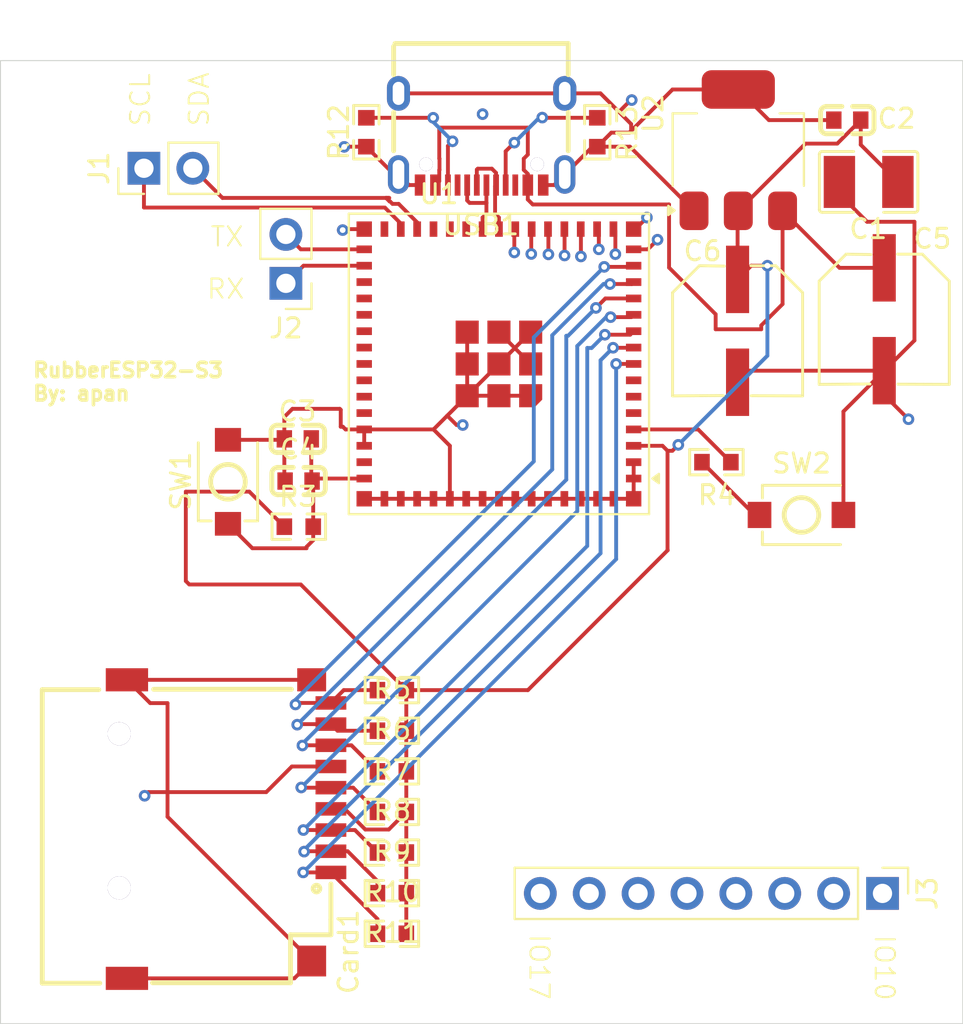
<source format=kicad_pcb>
(kicad_pcb (version 20241229) (generator "pcbnew") (generator_version "9.0")
  (layers (0 "F.Cu" signal) (4 "In1.Cu" signal) (6 "In2.Cu" signal) (2 "B.Cu" signal) (13 "F.Paste" user) (15 "B.Paste" user) (5 "F.SilkS" user "F.Silkscreen") (7 "B.SilkS" user "B.Silkscreen") (1 "F.Mask" user) (3 "B.Mask" user) (25 "Edge.Cuts" user))
  (net 0 "")
  (net 1 "+3V3")
  (net 2 "GND")
  (net 3 "EN")
  (net 4 "+5V")
  (net 5 "Net-(Card1-CLX)")
  (net 6 "Net-(Card1-DAT1)")
  (net 7 "Net-(Card1-DAT2)")
  (net 8 "Net-(Card1-DAT0)")
  (net 9 "Net-(Card1-CD{slash}DAT3)")
  (net 10 "Net-(Card1-CMD)")
  (net 11 "BOOT")
  (net 12 "Net-(SW2-A)")
  (net 13 "Net-(Card1-CD)")
  (net 14 "Net-(USB1-CC2)")
  (net 15 "Net-(USB1-CC1)")
  (net 18 "SCL")
  (net 21 "SDA")
  (net 23 "RX")
  (net 24 "TX")
  (net 26 "IO16")
  (net 28 "IO17")
  (net 29 "IO11")
  (net 30 "IO12")
  (net 31 "D+")
  (net 33 "IO13")
  (net 35 "D-")
  (net 41 "IO15")
  (net 45 "IO10")
  (net 46 "IO14")
  (footprint "EasyEDA2KiCad:CAP-SMD_BD6.3-L6.6-W6.6-FD" (layer "F.Cu") (at 60.5 66.49 -90)
    (property "Reference" "C6" (at -4.14 1.82 180) (layer "F.SilkS"))
    (property "Value" "22uF")
    (pad "1" smd rect (at -2.67 0 270) (size 3.5 1.2) (layers "F.Cu" "F.Mask" "F.Paste") (net 1 "+3V3"))
    (pad "2" smd rect (at 2.67 0 270) (size 3.5 1.2) (layers "F.Cu" "F.Mask" "F.Paste") (net 2 "GND"))
  )
  (footprint "Connector_PinHeader_2.54mm:PinHeader_1x02_P2.54mm_Vertical" (layer "F.Cu") (at 37.03 64.025 180)
    (property "Reference" "J2" (at 0 -2.33 0) (layer "F.SilkS"))
    (property "Value" "Conn_01x02")
    (pad "1" thru_hole rect (at 0 0 180) (size 1.7 1.7) (drill 1) (layers "*.Cu" "*.Mask") (net 23 "RX"))
    (pad "2" thru_hole oval (at 0 2.54 180) (size 1.7 1.7) (drill 1) (layers "*.Cu" "*.Mask") (net 24 "TX"))
  )
  (footprint "Package_TO_SOT_SMD:SOT-223-3_TabPin2" (layer "F.Cu") (at 60.5375 57.11 90)
    (property "Reference" "U2" (at 1.9 -4.42 90) (layer "F.SilkS"))
    (property "Value" "AMS1117-3.3")
    (pad "1" smd roundrect (at -3.15 -2.3 90) (size 2 1.5) (layers "F.Cu" "F.Mask" "F.Paste") (net 2 "GND"))
    (pad "1" smd roundrect (at 3.15 0 90) (size 2 3.8) (layers "F.Cu" "F.Mask" "F.Paste") (net 2 "GND"))
    (pad "2" smd roundrect (at -3.15 0 90) (size 2 1.5) (layers "F.Cu" "F.Mask" "F.Paste") (net 1 "+3V3"))
    (pad "3" smd roundrect (at -3.15 2.3 90) (size 2 1.5) (layers "F.Cu" "F.Mask" "F.Paste") (net 4 "+5V"))
  )
  (footprint "EasyEDA2KiCad:C1210" (layer "F.Cu") (at 67.31 58.76 180)
    (property "Reference" "C1" (at 0.02 -2.44 0) (layer "F.SilkS"))
    (property "Value" "22uF")
    (pad "1" smd rect (at -1.52 0 180) (size 1.63 2.7) (layers "F.Cu" "F.Mask" "F.Paste") (net 1 "+3V3"))
    (pad "2" smd rect (at 1.52 0 180) (size 1.63 2.7) (layers "F.Cu" "F.Mask" "F.Paste") (net 2 "GND"))
  )
  (footprint "EasyEDA2KiCad:R0603" (layer "F.Cu") (at 41.21 56.18 90)
    (property "Reference" "R12" (at 0 -1.43 90) (layer "F.SilkS"))
    (property "Value" "5.1K")
    (pad "1" smd rect (at -0.75 0 90) (size 0.81 0.86) (layers "F.Cu" "F.Mask" "F.Paste") (net 2 "GND"))
    (pad "2" smd rect (at 0.75 0 90) (size 0.81 0.86) (layers "F.Cu" "F.Mask" "F.Paste") (net 14 "Net-(USB1-CC2)"))
  )
  (footprint "EasyEDA2KiCad:TF-SMD_TF-PUSH" (layer "F.Cu") (at 34.07 92.36 -90)
    (property "Reference" "Card1" (at 6.37 -6.21 90) (layer "F.SilkS"))
    (property "Value" "TF PUSH")
    (pad "" thru_hole circle (at -4.95 5.7 270) (size 1.2 1.2) (drill 1.2) (layers "*.Cu" "*.Mask"))
    (pad "" thru_hole circle (at 3.05 5.7 270) (size 1.2 1.2) (drill 1.2) (layers "*.Cu" "*.Mask"))
    (pad "1" smd rect (at 2.25 -5.3 270) (size 0.7 1.6) (layers "F.Cu" "F.Mask" "F.Paste") (net 7 "Net-(Card1-DAT2)"))
    (pad "2" smd rect (at 1.15 -5.3 270) (size 0.7 1.6) (layers "F.Cu" "F.Mask" "F.Paste") (net 9 "Net-(Card1-CD{slash}DAT3)"))
    (pad "3" smd rect (at 0.05 -5.3 270) (size 0.7 1.6) (layers "F.Cu" "F.Mask" "F.Paste") (net 10 "Net-(Card1-CMD)"))
    (pad "4" smd rect (at -1.05 -5.3 270) (size 0.7 1.6) (layers "F.Cu" "F.Mask" "F.Paste") (net 1 "+3V3"))
    (pad "5" smd rect (at -2.15 -5.3 270) (size 0.7 1.6) (layers "F.Cu" "F.Mask" "F.Paste") (net 5 "Net-(Card1-CLX)"))
    (pad "6" smd rect (at -3.25 -5.3 270) (size 0.7 1.6) (layers "F.Cu" "F.Mask" "F.Paste") (net 2 "GND"))
    (pad "7" smd rect (at -4.35 -5.3 270) (size 0.7 1.6) (layers "F.Cu" "F.Mask" "F.Paste") (net 8 "Net-(Card1-DAT0)"))
    (pad "8" smd rect (at -5.45 -5.3 270) (size 0.7 1.6) (layers "F.Cu" "F.Mask" "F.Paste") (net 6 "Net-(Card1-DAT1)"))
    (pad "9" smd rect (at -6.55 -5.3 270) (size 0.7 1.6) (layers "F.Cu" "F.Mask" "F.Paste") (net 13 "Net-(Card1-CD)"))
    (pad "10" smd rect (at -7.75 -4.3 270) (size 1.2 1.5) (layers "F.Cu" "F.Mask" "F.Paste") (net 2 "GND"))
    (pad "11" smd rect (at -7.75 5.3 270) (size 1.2 2.2) (layers "F.Cu" "F.Mask" "F.Paste") (net 2 "GND"))
    (pad "12" smd rect (at 7.75 5.3 270) (size 1.2 2.2) (layers "F.Cu" "F.Mask" "F.Paste") (net 2 "GND"))
    (pad "13" smd rect (at 6.85 -4.3 270) (size 1.6 1.5) (layers "F.Cu" "F.Mask" "F.Paste") (net 2 "GND"))
  )
  (footprint "EasyEDA2KiCad:C0603" (layer "F.Cu") (at 37.69 74.29)
    (property "Reference" "C4" (at 0.01 -1.65 0) (layer "F.SilkS"))
    (property "Value" "100nF")
    (pad "1" smd rect (at -0.7 0) (size 0.8 0.9) (layers "F.Cu" "F.Mask" "F.Paste") (net 2 "GND"))
    (pad "2" smd rect (at 0.7 0) (size 0.8 0.9) (layers "F.Cu" "F.Mask" "F.Paste") (net 3 "EN"))
  )
  (footprint "EasyEDA2KiCad:R0603" (layer "F.Cu") (at 42.5375 91.47 180)
    (property "Reference" "R8" (at -0.02 0.05 0) (layer "F.SilkS"))
    (property "Value" "10K")
    (pad "1" smd rect (at -0.75 0 180) (size 0.81 0.86) (layers "F.Cu" "F.Mask" "F.Paste") (net 1 "+3V3"))
    (pad "2" smd rect (at 0.75 0 180) (size 0.81 0.86) (layers "F.Cu" "F.Mask" "F.Paste") (net 5 "Net-(Card1-CLX)"))
  )
  (footprint "EasyEDA2KiCad:USB-C-SMD_TYPE-C-6PIN-2MD-073" (layer "F.Cu") (at 47.2 56.5425 180)
    (property "Reference" "USB1" (at 0.04 -4.4575 0) (layer "F.SilkS"))
    (property "Value" "TYPE-C 16PIN 2MD(073)")
    (pad "" thru_hole circle (at -2.89 -1.3 180) (size 0.7 0.7) (drill 0.7) (layers "*.Cu" "*.Mask"))
    (pad "" thru_hole circle (at 2.89 -1.3 180) (size 0.7 0.7) (drill 0.7) (layers "*.Cu" "*.Mask"))
    (pad "1" smd rect (at -3.2 -2.38 180) (size 0.55 1.1) (layers "F.Cu" "F.Mask" "F.Paste") (net 2 "GND"))
    (pad "2" smd rect (at -2.4 -2.38 180) (size 0.55 1.1) (layers "F.Cu" "F.Mask" "F.Paste") (net 4 "+5V"))
    (pad "3" smd rect (at -1.75 -2.38 180) (size 0.3 1.1) (layers "F.Cu" "F.Mask" "F.Paste"))
    (pad "4" smd rect (at -1.25 -2.38 180) (size 0.3 1.1) (layers "F.Cu" "F.Mask" "F.Paste") (net 15 "Net-(USB1-CC1)"))
    (pad "5" smd rect (at -0.75 -2.38 180) (size 0.3 1.1) (layers "F.Cu" "F.Mask" "F.Paste") (net 35 "D-"))
    (pad "6" smd rect (at -0.25 -2.38 180) (size 0.3 1.1) (layers "F.Cu" "F.Mask" "F.Paste") (net 31 "D+"))
    (pad "7" smd rect (at 0.25 -2.38 180) (size 0.3 1.1) (layers "F.Cu" "F.Mask" "F.Paste") (net 35 "D-"))
    (pad "8" smd rect (at 0.75 -2.38 180) (size 0.3 1.1) (layers "F.Cu" "F.Mask" "F.Paste") (net 31 "D+"))
    (pad "9" smd rect (at 1.25 -2.38 180) (size 0.3 1.1) (layers "F.Cu" "F.Mask" "F.Paste"))
    (pad "10" smd rect (at 1.75 -2.38 180) (size 0.3 1.1) (layers "F.Cu" "F.Mask" "F.Paste") (net 14 "Net-(USB1-CC2)"))
    (pad "11" smd rect (at 2.4 -2.38 180) (size 0.55 1.1) (layers "F.Cu" "F.Mask" "F.Paste") (net 4 "+5V"))
    (pad "12" smd rect (at 3.2 -2.38 180) (size 0.55 1.1) (layers "F.Cu" "F.Mask" "F.Paste") (net 2 "GND"))
    (pad "13" thru_hole oval (at -4.32 -1.83 180) (size 1.1 2) (drill oval 0.599999 1.499997) (layers "*.Cu" "*.Mask") (net 2 "GND"))
    (pad "13" thru_hole oval (at -4.32 2.38 180) (size 1.2 1.8) (drill oval 0.599999 1.199998) (layers "*.Cu" "*.Mask") (net 2 "GND"))
    (pad "14" thru_hole oval (at 4.32 -1.83 180) (size 1.1 2) (drill oval 0.599999 1.500022) (layers "*.Cu" "*.Mask") (net 2 "GND"))
    (pad "14" thru_hole oval (at 4.32 2.38 180) (size 1.2 1.8) (drill oval 0.599999 1.199998) (layers "*.Cu" "*.Mask") (net 2 "GND"))
  )
  (footprint "Connector_PinHeader_2.54mm:PinHeader_1x02_P2.54mm_Vertical" (layer "F.Cu") (at 29.655 58.05 90)
    (property "Reference" "J1" (at 0 -2.33 90) (layer "F.SilkS"))
    (property "Value" "Conn_01x02")
    (pad "1" thru_hole rect (at 0 0 90) (size 1.7 1.7) (drill 1) (layers "*.Cu" "*.Mask") (net 18 "SCL"))
    (pad "2" thru_hole oval (at 0 2.54 90) (size 1.7 1.7) (drill 1) (layers "*.Cu" "*.Mask") (net 21 "SDA"))
  )
  (footprint "EasyEDA2KiCad:C0603" (layer "F.Cu") (at 66.2 55.55 180)
    (property "Reference" "C2" (at -2.56 0.08 0) (layer "F.SilkS"))
    (property "Value" "100nF")
    (pad "1" smd rect (at -0.7 0 180) (size 0.8 0.9) (layers "F.Cu" "F.Mask" "F.Paste") (net 1 "+3V3"))
    (pad "2" smd rect (at 0.7 0 180) (size 0.8 0.9) (layers "F.Cu" "F.Mask" "F.Paste") (net 2 "GND"))
  )
  (footprint "EasyEDA2KiCad:R0603" (layer "F.Cu") (at 42.5375 97.795001 180)
    (property "Reference" "R11" (at -0.02 0.05 0) (layer "F.SilkS"))
    (property "Value" "10K")
    (pad "1" smd rect (at -0.75 0 180) (size 0.81 0.86) (layers "F.Cu" "F.Mask" "F.Paste") (net 1 "+3V3"))
    (pad "2" smd rect (at 0.75 0 180) (size 0.81 0.86) (layers "F.Cu" "F.Mask" "F.Paste") (net 7 "Net-(Card1-DAT2)"))
  )
  (footprint "EasyEDA2KiCad:R0603" (layer "F.Cu") (at 42.5375 87.253334 180)
    (property "Reference" "R6" (at -0.02 0.05 0) (layer "F.SilkS"))
    (property "Value" "10K")
    (pad "1" smd rect (at -0.75 0 180) (size 0.81 0.86) (layers "F.Cu" "F.Mask" "F.Paste") (net 1 "+3V3"))
    (pad "2" smd rect (at 0.75 0 180) (size 0.81 0.86) (layers "F.Cu" "F.Mask" "F.Paste") (net 6 "Net-(Card1-DAT1)"))
  )
  (footprint "Connector_PinHeader_2.54mm:PinHeader_1x08_P2.54mm_Vertical" (layer "F.Cu") (at 68.03 95.7 -90)
    (property "Reference" "J3" (at 0 -2.33 90) (layer "F.SilkS"))
    (property "Value" "Conn_01x08")
    (pad "1" thru_hole rect (at 0 0 270) (size 1.7 1.7) (drill 1) (layers "*.Cu" "*.Mask") (net 45 "IO10"))
    (pad "2" thru_hole oval (at 0 2.54 270) (size 1.7 1.7) (drill 1) (layers "*.Cu" "*.Mask") (net 29 "IO11"))
    (pad "3" thru_hole oval (at 0 5.08 270) (size 1.7 1.7) (drill 1) (layers "*.Cu" "*.Mask") (net 30 "IO12"))
    (pad "4" thru_hole oval (at 0 7.62 270) (size 1.7 1.7) (drill 1) (layers "*.Cu" "*.Mask") (net 33 "IO13"))
    (pad "5" thru_hole oval (at 0 10.16 270) (size 1.7 1.7) (drill 1) (layers "*.Cu" "*.Mask") (net 46 "IO14"))
    (pad "6" thru_hole oval (at 0 12.7 270) (size 1.7 1.7) (drill 1) (layers "*.Cu" "*.Mask") (net 41 "IO15"))
    (pad "7" thru_hole oval (at 0 15.24 270) (size 1.7 1.7) (drill 1) (layers "*.Cu" "*.Mask") (net 26 "IO16"))
    (pad "8" thru_hole oval (at 0 17.78 270) (size 1.7 1.7) (drill 1) (layers "*.Cu" "*.Mask") (net 28 "IO17"))
  )
  (footprint "RF_Module:ESP32-S2-MINI-1U" (layer "F.Cu") (at 48.1 68.21 180)
    (property "Reference" "U1" (at 3.122 8.82 0) (layer "F.SilkS"))
    (property "Value" "ESP32-S3-MINI-1U")
    (pad "1" smd rect (at -7 -5.95 180) (size 0.8 0.4) (layers "F.Cu" "F.Mask" "F.Paste") (net 2 "GND"))
    (pad "2" smd rect (at -7 -5.1 180) (size 0.8 0.4) (layers "F.Cu" "F.Mask" "F.Paste") (net 2 "GND"))
    (pad "3" smd rect (at -7 -4.25 180) (size 0.8 0.4) (layers "F.Cu" "F.Mask" "F.Paste") (net 1 "+3V3"))
    (pad "4" smd rect (at -7 -3.4 180) (size 0.8 0.4) (layers "F.Cu" "F.Mask" "F.Paste") (net 11 "BOOT"))
    (pad "5" smd rect (at -7 -2.55 180) (size 0.8 0.4) (layers "F.Cu" "F.Mask" "F.Paste"))
    (pad "6" smd rect (at -7 -1.7 180) (size 0.8 0.4) (layers "F.Cu" "F.Mask" "F.Paste"))
    (pad "7" smd rect (at -7 -0.85 180) (size 0.8 0.4) (layers "F.Cu" "F.Mask" "F.Paste"))
    (pad "8" smd rect (at -7 0 180) (size 0.8 0.4) (layers "F.Cu" "F.Mask" "F.Paste") (net 7 "Net-(Card1-DAT2)"))
    (pad "9" smd rect (at -7 0.85 180) (size 0.8 0.4) (layers "F.Cu" "F.Mask" "F.Paste") (net 9 "Net-(Card1-CD{slash}DAT3)"))
    (pad "10" smd rect (at -7 1.7 180) (size 0.8 0.4) (layers "F.Cu" "F.Mask" "F.Paste") (net 10 "Net-(Card1-CMD)"))
    (pad "11" smd rect (at -7 2.55 180) (size 0.8 0.4) (layers "F.Cu" "F.Mask" "F.Paste") (net 5 "Net-(Card1-CLX)"))
    (pad "12" smd rect (at -7 3.4 180) (size 0.8 0.4) (layers "F.Cu" "F.Mask" "F.Paste") (net 8 "Net-(Card1-DAT0)"))
    (pad "13" smd rect (at -7 4.25 180) (size 0.8 0.4) (layers "F.Cu" "F.Mask" "F.Paste") (net 6 "Net-(Card1-DAT1)"))
    (pad "14" smd rect (at -7 5.1 180) (size 0.8 0.4) (layers "F.Cu" "F.Mask" "F.Paste") (net 13 "Net-(Card1-CD)"))
    (pad "15" smd rect (at -7 5.95 180) (size 0.8 0.4) (layers "F.Cu" "F.Mask" "F.Paste") (net 45 "IO10"))
    (pad "16" smd rect (at -5.95 7 270) (size 0.8 0.4) (layers "F.Cu" "F.Mask" "F.Paste") (net 29 "IO11"))
    (pad "17" smd rect (at -5.1 7 270) (size 0.8 0.4) (layers "F.Cu" "F.Mask" "F.Paste") (net 30 "IO12"))
    (pad "18" smd rect (at -4.25 7 270) (size 0.8 0.4) (layers "F.Cu" "F.Mask" "F.Paste") (net 33 "IO13"))
    (pad "19" smd rect (at -3.4 7 270) (size 0.8 0.4) (layers "F.Cu" "F.Mask" "F.Paste") (net 46 "IO14"))
    (pad "20" smd rect (at -2.55 7 270) (size 0.8 0.4) (layers "F.Cu" "F.Mask" "F.Paste") (net 41 "IO15"))
    (pad "21" smd rect (at -1.7 7 270) (size 0.8 0.4) (layers "F.Cu" "F.Mask" "F.Paste") (net 26 "IO16"))
    (pad "22" smd rect (at -0.85 7 270) (size 0.8 0.4) (layers "F.Cu" "F.Mask" "F.Paste") (net 28 "IO17"))
    (pad "23" smd rect (at 0 7 270) (size 0.8 0.4) (layers "F.Cu" "F.Mask" "F.Paste") (net 35 "D-"))
    (pad "24" smd rect (at 0.85 7 270) (size 0.8 0.4) (layers "F.Cu" "F.Mask" "F.Paste") (net 31 "D+"))
    (pad "25" smd rect (at 1.7 7 270) (size 0.8 0.4) (layers "F.Cu" "F.Mask" "F.Paste"))
    (pad "26" smd rect (at 2.55 7 270) (size 0.8 0.4) (layers "F.Cu" "F.Mask" "F.Paste"))
    (pad "27" smd rect (at 3.4 7 270) (size 0.8 0.4) (layers "F.Cu" "F.Mask" "F.Paste"))
    (pad "28" smd rect (at 4.25 7 270) (size 0.8 0.4) (layers "F.Cu" "F.Mask" "F.Paste") (net 21 "SDA"))
    (pad "29" smd rect (at 5.1 7 270) (size 0.8 0.4) (layers "F.Cu" "F.Mask" "F.Paste") (net 18 "SCL"))
    (pad "30" smd rect (at 5.95 7 270) (size 0.8 0.4) (layers "F.Cu" "F.Mask" "F.Paste"))
    (pad "31" smd rect (at 7 5.95 180) (size 0.8 0.4) (layers "F.Cu" "F.Mask" "F.Paste") (net 24 "TX"))
    (pad "32" smd rect (at 7 5.1 180) (size 0.8 0.4) (layers "F.Cu" "F.Mask" "F.Paste") (net 23 "RX"))
    (pad "33" smd rect (at 7 4.25 180) (size 0.8 0.4) (layers "F.Cu" "F.Mask" "F.Paste"))
    (pad "34" smd rect (at 7 3.4 180) (size 0.8 0.4) (layers "F.Cu" "F.Mask" "F.Paste"))
    (pad "35" smd rect (at 7 2.55 180) (size 0.8 0.4) (layers "F.Cu" "F.Mask" "F.Paste"))
    (pad "36" smd rect (at 7 1.7 180) (size 0.8 0.4) (layers "F.Cu" "F.Mask" "F.Paste"))
    (pad "37" smd rect (at 7 0.85 180) (size 0.8 0.4) (layers "F.Cu" "F.Mask" "F.Paste"))
    (pad "38" smd rect (at 7 0 180) (size 0.8 0.4) (layers "F.Cu" "F.Mask" "F.Paste"))
    (pad "39" smd rect (at 7 -0.85 180) (size 0.8 0.4) (layers "F.Cu" "F.Mask" "F.Paste"))
    (pad "40" smd rect (at 7 -1.7 180) (size 0.8 0.4) (layers "F.Cu" "F.Mask" "F.Paste"))
    (pad "41" smd rect (at 7 -2.55 180) (size 0.8 0.4) (layers "F.Cu" "F.Mask" "F.Paste"))
    (pad "42" smd rect (at 7 -3.4 180) (size 0.8 0.4) (layers "F.Cu" "F.Mask" "F.Paste") (net 2 "GND"))
    (pad "43" smd rect (at 7 -4.25 180) (size 0.8 0.4) (layers "F.Cu" "F.Mask" "F.Paste") (net 2 "GND"))
    (pad "44" smd rect (at 7 -5.1 180) (size 0.8 0.4) (layers "F.Cu" "F.Mask" "F.Paste"))
    (pad "45" smd rect (at 7 -5.95 180) (size 0.8 0.4) (layers "F.Cu" "F.Mask" "F.Paste") (net 3 "EN"))
    (pad "46" smd rect (at 5.95 -7 270) (size 0.8 0.4) (layers "F.Cu" "F.Mask" "F.Paste") (net 2 "GND"))
    (pad "47" smd rect (at 5.1 -7 270) (size 0.8 0.4) (layers "F.Cu" "F.Mask" "F.Paste") (net 2 "GND"))
    (pad "48" smd rect (at 4.25 -7 270) (size 0.8 0.4) (layers "F.Cu" "F.Mask" "F.Paste") (net 2 "GND"))
    (pad "49" smd rect (at 3.4 -7 270) (size 0.8 0.4) (layers "F.Cu" "F.Mask" "F.Paste") (net 2 "GND"))
    (pad "50" smd rect (at 2.55 -7 270) (size 0.8 0.4) (layers "F.Cu" "F.Mask" "F.Paste") (net 2 "GND"))
    (pad "51" smd rect (at 1.7 -7 270) (size 0.8 0.4) (layers "F.Cu" "F.Mask" "F.Paste") (net 2 "GND"))
    (pad "52" smd rect (at 0.85 -7 270) (size 0.8 0.4) (layers "F.Cu" "F.Mask" "F.Paste") (net 2 "GND"))
    (pad "53" smd rect (at 0 -7 270) (size 0.8 0.4) (layers "F.Cu" "F.Mask" "F.Paste") (net 2 "GND"))
    (pad "54" smd rect (at -0.85 -7 270) (size 0.8 0.4) (layers "F.Cu" "F.Mask" "F.Paste") (net 2 "GND"))
    (pad "55" smd rect (at -1.7 -7 270) (size 0.8 0.4) (layers "F.Cu" "F.Mask" "F.Paste") (net 2 "GND"))
    (pad "56" smd rect (at -2.55 -7 270) (size 0.8 0.4) (layers "F.Cu" "F.Mask" "F.Paste") (net 2 "GND"))
    (pad "57" smd rect (at -3.4 -7 270) (size 0.8 0.4) (layers "F.Cu" "F.Mask" "F.Paste") (net 2 "GND"))
    (pad "58" smd rect (at -4.25 -7 270) (size 0.8 0.4) (layers "F.Cu" "F.Mask" "F.Paste") (net 2 "GND"))
    (pad "59" smd rect (at -5.1 -7 270) (size 0.8 0.4) (layers "F.Cu" "F.Mask" "F.Paste") (net 2 "GND"))
    (pad "60" smd rect (at -5.95 -7 270) (size 0.8 0.4) (layers "F.Cu" "F.Mask" "F.Paste") (net 2 "GND"))
    (pad "61" smd roundrect (at -1.65 -1.65 180) (size 1.2 1.2) (property pad_prop_heatsink) (layers "F.Cu" "F.Mask" "F.Paste") (roundrect_rratio 0) (chamfer_ratio 0.33) (chamfer top_left) (net 2 "GND"))
    (pad "61" smd rect (at -1.65 0 180) (size 1.2 1.2) (property pad_prop_heatsink) (layers "F.Cu" "F.Mask" "F.Paste") (net 2 "GND"))
    (pad "61" smd rect (at -1.65 1.65 180) (size 1.2 1.2) (property pad_prop_heatsink) (layers "F.Cu" "F.Mask" "F.Paste") (net 2 "GND"))
    (pad "61" smd rect (at 0 -1.65 180) (size 1.2 1.2) (property pad_prop_heatsink) (layers "F.Cu" "F.Mask" "F.Paste") (net 2 "GND"))
    (pad "61" smd rect (at 0 0 180) (size 1.2 1.2) (property pad_prop_heatsink) (layers "F.Cu" "F.Mask" "F.Paste") (net 2 "GND"))
    (pad "61" smd rect (at 0 1.65 180) (size 1.2 1.2) (property pad_prop_heatsink) (layers "F.Cu" "F.Mask" "F.Paste") (net 2 "GND"))
    (pad "61" smd rect (at 1.65 -1.65 180) (size 1.2 1.2) (property pad_prop_heatsink) (layers "F.Cu" "F.Mask" "F.Paste") (net 2 "GND"))
    (pad "61" smd rect (at 1.65 0 180) (size 1.2 1.2) (property pad_prop_heatsink) (layers "F.Cu" "F.Mask" "F.Paste") (net 2 "GND"))
    (pad "61" smd rect (at 1.65 1.65 180) (size 1.2 1.2) (property pad_prop_heatsink) (layers "F.Cu" "F.Mask" "F.Paste") (net 2 "GND"))
    (pad "62" smd rect (at -7 -7 180) (size 0.8 0.8) (layers "F.Cu" "F.Mask" "F.Paste") (net 2 "GND"))
    (pad "63" smd rect (at -7 7 180) (size 0.8 0.8) (layers "F.Cu" "F.Mask" "F.Paste") (net 2 "GND"))
    (pad "64" smd rect (at 7 7 180) (size 0.8 0.8) (layers "F.Cu" "F.Mask" "F.Paste") (net 2 "GND"))
    (pad "65" smd rect (at 7 -7 180) (size 0.8 0.8) (layers "F.Cu" "F.Mask" "F.Paste") (net 2 "GND"))
  )
  (footprint "EasyEDA2KiCad:R0603" (layer "F.Cu") (at 42.5375 95.686666 180)
    (property "Reference" "R10" (at -0.02 0.05 0) (layer "F.SilkS"))
    (property "Value" "10K")
    (pad "1" smd rect (at -0.75 0 180) (size 0.81 0.86) (layers "F.Cu" "F.Mask" "F.Paste") (net 1 "+3V3"))
    (pad "2" smd rect (at 0.75 0 180) (size 0.81 0.86) (layers "F.Cu" "F.Mask" "F.Paste") (net 9 "Net-(Card1-CD{slash}DAT3)"))
  )
  (footprint "EasyEDA2KiCad:R0603" (layer "F.Cu") (at 53.21 56.18 90)
    (property "Reference" "R13" (at -0.06 1.55 90) (layer "F.SilkS"))
    (property "Value" "5.1K")
    (pad "1" smd rect (at -0.75 0 90) (size 0.81 0.86) (layers "F.Cu" "F.Mask" "F.Paste") (net 2 "GND"))
    (pad "2" smd rect (at 0.75 0 90) (size 0.81 0.86) (layers "F.Cu" "F.Mask" "F.Paste") (net 15 "Net-(USB1-CC1)"))
  )
  (footprint "EasyEDA2KiCad:R0603" (layer "F.Cu") (at 42.5375 93.578333 180)
    (property "Reference" "R9" (at -0.02 0.05 0) (layer "F.SilkS"))
    (property "Value" "10K")
    (pad "1" smd rect (at -0.75 0 180) (size 0.81 0.86) (layers "F.Cu" "F.Mask" "F.Paste") (net 1 "+3V3"))
    (pad "2" smd rect (at 0.75 0 180) (size 0.81 0.86) (layers "F.Cu" "F.Mask" "F.Paste") (net 10 "Net-(Card1-CMD)"))
  )
  (footprint "EasyEDA2KiCad:SW-SMD_L3.9-W3.0-P4.45" (layer "F.Cu") (at 63.82 76.05)
    (property "Reference" "SW2" (at 0 -2.68 0) (layer "F.SilkS"))
    (property "Value" "SW_SPST")
    (pad "1" smd rect (at -2.18 0) (size 1.23 1.36) (layers "F.Cu" "F.Mask" "F.Paste") (net 12 "Net-(SW2-A)"))
    (pad "2" smd rect (at 2.18 0) (size 1.23 1.36) (layers "F.Cu" "F.Mask" "F.Paste") (net 2 "GND"))
  )
  (footprint "EasyEDA2KiCad:R0603" (layer "F.Cu") (at 42.5375 85.145001 180)
    (property "Reference" "R5" (at -0.02 0.05 0) (layer "F.SilkS"))
    (property "Value" "10K")
    (pad "1" smd rect (at -0.75 0 180) (size 0.81 0.86) (layers "F.Cu" "F.Mask" "F.Paste") (net 1 "+3V3"))
    (pad "2" smd rect (at 0.75 0 180) (size 0.81 0.86) (layers "F.Cu" "F.Mask" "F.Paste") (net 13 "Net-(Card1-CD)"))
  )
  (footprint "EasyEDA2KiCad:C0603" (layer "F.Cu") (at 37.65 72.1 180)
    (property "Reference" "C3" (at 0.02 1.43 0) (layer "F.SilkS"))
    (property "Value" "1uF")
    (pad "1" smd rect (at -0.7 0 180) (size 0.8 0.9) (layers "F.Cu" "F.Mask" "F.Paste") (net 3 "EN"))
    (pad "2" smd rect (at 0.7 0 180) (size 0.8 0.9) (layers "F.Cu" "F.Mask" "F.Paste") (net 2 "GND"))
  )
  (footprint "EasyEDA2KiCad:SW-SMD_L3.9-W3.0-P4.45" (layer "F.Cu") (at 34.02 74.33 90)
    (property "Reference" "SW1" (at 0.04 -2.45 90) (layer "F.SilkS"))
    (property "Value" "SW_SPST")
    (pad "1" smd rect (at -2.18 0 90) (size 1.23 1.36) (layers "F.Cu" "F.Mask" "F.Paste") (net 3 "EN"))
    (pad "2" smd rect (at 2.18 0 90) (size 1.23 1.36) (layers "F.Cu" "F.Mask" "F.Paste") (net 2 "GND"))
  )
  (footprint "EasyEDA2KiCad:R0603" (layer "F.Cu") (at 42.5375 89.361667 180)
    (property "Reference" "R7" (at -0.02 0.05 0) (layer "F.SilkS"))
    (property "Value" "10K")
    (pad "1" smd rect (at -0.75 0 180) (size 0.81 0.86) (layers "F.Cu" "F.Mask" "F.Paste") (net 1 "+3V3"))
    (pad "2" smd rect (at 0.75 0 180) (size 0.81 0.86) (layers "F.Cu" "F.Mask" "F.Paste") (net 8 "Net-(Card1-DAT0)"))
  )
  (footprint "EasyEDA2KiCad:R0603" (layer "F.Cu") (at 59.4 73.31 180)
    (property "Reference" "R4" (at -0.02 -1.71 0) (layer "F.SilkS"))
    (property "Value" "100R")
    (pad "1" smd rect (at -0.75 0 180) (size 0.81 0.86) (layers "F.Cu" "F.Mask" "F.Paste") (net 11 "BOOT"))
    (pad "2" smd rect (at 0.75 0 180) (size 0.81 0.86) (layers "F.Cu" "F.Mask" "F.Paste") (net 12 "Net-(SW2-A)"))
  )
  (footprint "EasyEDA2KiCad:R0603" (layer "F.Cu") (at 37.7 76.66)
    (property "Reference" "R3" (at -0.04 -1.56 0) (layer "F.SilkS"))
    (property "Value" "10k")
    (pad "1" smd rect (at -0.75 0) (size 0.81 0.86) (layers "F.Cu" "F.Mask" "F.Paste") (net 1 "+3V3"))
    (pad "2" smd rect (at 0.75 0) (size 0.81 0.86) (layers "F.Cu" "F.Mask" "F.Paste") (net 3 "EN"))
  )
  (footprint "EasyEDA2KiCad:CAP-SMD_BD6.3-L6.6-W6.6-FD" (layer "F.Cu") (at 68.12 65.89 -90)
    (property "Reference" "C5" (at -4.18 -2.5 180) (layer "F.SilkS"))
    (property "Value" "10uF")
    (pad "1" smd rect (at -2.67 0 270) (size 3.5 1.2) (layers "F.Cu" "F.Mask" "F.Paste") (net 4 "+5V"))
    (pad "2" smd rect (at 2.67 0 270) (size 3.5 1.2) (layers "F.Cu" "F.Mask" "F.Paste") (net 2 "GND"))
  )
  (gr_rect (start 22.2 52.46) (end 72.2 102.46) (stroke (width 0.05)) (fill no) (layer "Edge.Cuts"))
  (gr_text "RX" (at 32.86 64.9 0) (layer "F.SilkS") (effects (font (size 1 1) (thickness 0.1)) (justify left bottom)))
  (gr_text "RubberESP32-S3\nBy: apan" (at 23.8 70.18 0) (layer "F.SilkS") (effects (font (size 0.75 0.75) (thickness 0.1875) (bold yes)) (justify left bottom)))
  (gr_text "SCL" (at 30.055 55.94 90) (layer "F.SilkS") (effects (font (size 1 1) (thickness 0.1)) (justify left bottom)))
  (gr_text "IO17" (at 49.61 97.74 -90) (layer "F.SilkS") (effects (font (size 1 1) (thickness 0.1)) (justify left bottom)))
  (gr_text "TX" (at 33.05 62.19 0) (layer "F.SilkS") (effects (font (size 1 1) (thickness 0.1)) (justify left bottom)))
  (gr_text "SDA" (at 33.105 55.94 90) (layer "F.SilkS") (effects (font (size 1 1) (thickness 0.1)) (justify left bottom)))
  (gr_text "IO10" (at 67.55 97.78 -90) (layer "F.SilkS") (effects (font (size 1 1) (thickness 0.1)) (justify left bottom)))
  (segment (start 40.084853 91.31) (end 39.37 91.31) (width 0.2) (layer "F.Cu") (net 1))
  (segment (start 56.6 72.46) (end 56.86 72.72) (width 0.2) (layer "F.Cu") (net 1))
  (segment (start 32.01 79.66) (end 37.802499 79.66) (width 0.2) (layer "F.Cu") (net 1))
  (segment (start 61.21 63.11) (end 60.5 63.82) (width 0.2) (layer "F.Cu") (net 1))
  (segment (start 60.5 63.82) (end 60.5 60.2975) (width 0.2) (layer "F.Cu") (net 1))
  (segment (start 37.802499 79.66) (end 43.2875 85.145001) (width 0.2) (layer "F.Cu") (net 1))
  (segment (start 31.83 74.84) (end 31.83 79.48) (width 0.2) (layer "F.Cu") (net 1))
  (segment (start 66.9 55.55) (end 65.68 56.77) (width 0.2) (layer "F.Cu") (net 1))
  (segment (start 31.83 79.48) (end 32.01 79.66) (width 0.2) (layer "F.Cu") (net 1))
  (segment (start 43.2875 91.47) (end 42.376177 92.381323) (width 0.2) (layer "F.Cu") (net 1))
  (segment (start 43.2875 97.795001) (end 43.2875 85.145001) (width 0.2) (layer "F.Cu") (net 1))
  (segment (start 35.13 74.84) (end 31.83 74.84) (width 0.2) (layer "F.Cu") (net 1))
  (segment (start 36.95 76.66) (end 35.13 74.84) (width 0.2) (layer "F.Cu") (net 1))
  (segment (start 56.86 72.72) (end 56.86 77.87) (width 0.2) (layer "F.Cu") (net 1))
  (segment (start 57.11 72.72) (end 57.42 72.41) (width 0.2) (layer "F.Cu") (net 1))
  (segment (start 56.86 77.87) (end 56.87 77.88) (width 0.2) (layer "F.Cu") (net 1))
  (segment (start 42.376177 92.381323) (end 41.156176 92.381323) (width 0.2) (layer "F.Cu") (net 1))
  (segment (start 56.87 77.88) (end 49.604999 85.145001) (width 0.2) (layer "F.Cu") (net 1))
  (segment (start 62.05 63.11) (end 61.21 63.11) (width 0.2) (layer "F.Cu") (net 1))
  (segment (start 56.86 72.72) (end 57.11 72.72) (width 0.2) (layer "F.Cu") (net 1))
  (segment (start 55.1 72.46) (end 56.6 72.46) (width 0.2) (layer "F.Cu") (net 1))
  (segment (start 60.5 60.2975) (end 60.5375 60.26) (width 0.2) (layer "F.Cu") (net 1))
  (segment (start 64.0275 56.77) (end 60.5375 60.26) (width 0.2) (layer "F.Cu") (net 1))
  (segment (start 49.604999 85.145001) (end 43.2875 85.145001) (width 0.2) (layer "F.Cu") (net 1))
  (segment (start 66.9 56.83) (end 68.83 58.76) (width 0.2) (layer "F.Cu") (net 1))
  (segment (start 41.156176 92.381323) (end 40.084853 91.31) (width 0.2) (layer "F.Cu") (net 1))
  (segment (start 66.9 55.55) (end 66.9 56.83) (width 0.2) (layer "F.Cu") (net 1))
  (segment (start 65.68 56.77) (end 64.0275 56.77) (width 0.2) (layer "F.Cu") (net 1))
  (via (at 57.42 72.41) (size 0.6) (drill 0.3) (layers "F.Cu" "B.Cu") (net 1))
  (via (at 62.05 63.11) (size 0.6) (drill 0.3) (layers "F.Cu" "B.Cu") (net 1))
  (segment (start 62.05 67.78) (end 62.05 63.11) (width 0.2) (layer "B.Cu") (net 1))
  (segment (start 57.42 72.41) (end 62.05 67.78) (width 0.2) (layer "B.Cu") (net 1))
  (segment (start 38.37 84.61) (end 28.77 84.61) (width 0.2) (layer "F.Cu") (net 2))
  (segment (start 46.45 69.86) (end 49.75 66.56) (width 0.2) (layer "F.Cu") (net 2))
  (segment (start 55.1 61.21) (end 55.19 61.21) (width 0.2) (layer "F.Cu") (net 2))
  (segment (start 54.88 56.2) (end 57.12 53.96) (width 0.2) (layer "F.Cu") (net 2))
  (segment (start 69.69 66.99) (end 68.12 68.56) (width 0.2) (layer "F.Cu") (net 2))
  (segment (start 30.88 85.82) (end 29.98 85.82) (width 0.2) (layer "F.Cu") (net 2))
  (segment (start 45.55 75.21) (end 45.55 72.46) (width 0.2) (layer "F.Cu") (net 2))
  (segment (start 45.9 71.38) (end 46.22 71.38) (width 0.2) (layer "F.Cu") (net 2))
  (segment (start 69.69 60.83) (end 69.69 66.99) (width 0.2) (layer "F.Cu") (net 2))
  (segment (start 38.37 99.21) (end 30.88 91.72) (width 0.2) (layer "F.Cu") (net 2))
  (segment (start 39.88 70.59) (end 39.88 71.47) (width 0.2) (layer "F.Cu") (net 2))
  (segment (start 37.37 70.54) (end 39.83 70.54) (width 0.2) (layer "F.Cu") (net 2))
  (segment (start 66 76.05) (end 66 70.68) (width 0.2) (layer "F.Cu") (net 2))
  (segment (start 44.7 71.61) (end 45.415 70.895) (width 0.2) (layer "F.Cu") (net 2))
  (segment (start 30.88 90.44) (end 30.88 85.82) (width 0.2) (layer "F.Cu") (net 2))
  (segment (start 37.47 100.11) (end 38.37 99.21) (width 0.2) (layer "F.Cu") (net 2))
  (segment (start 41.21 56.93) (end 42.6525 58.3725) (width 0.2) (layer "F.Cu") (net 2))
  (segment (start 29.88 90.44) (end 29.69 90.63) (width 0.2) (layer "F.Cu") (net 2))
  (segment (start 39.83 70.54) (end 39.88 70.59) (width 0.2) (layer "F.Cu") (net 2))
  (segment (start 53.21 56.93) (end 52.9625 56.93) (width 0.2) (layer "F.Cu") (net 2))
  (segment (start 54.88 56.2) (end 54.97 56.11) (width 0.2) (layer "F.Cu") (net 2))
  (segment (start 54.95 54.51) (end 55 54.51) (width 0.2) (layer "F.Cu") (net 2))
  (segment (start 41.1 71.61) (end 44.7 71.61) (width 0.2) (layer "F.Cu") (net 2))
  (segment (start 45.415 70.895) (end 46.45 69.86) (width 0.2) (layer "F.Cu") (net 2))
  (segment (start 36.95 72.1) (end 36.95 70.96) (width 0.2) (layer "F.Cu") (net 2))
  (segment (start 68.12 68.56) (end 61.1 68.56) (width 0.2) (layer "F.Cu") (net 2))
  (segment (start 40.13 71.61) (end 41.1 71.61) (width 0.2) (layer "F.Cu") (net 2))
  (segment (start 46.45 66.56) (end 46.45 69.86) (width 0.2) (layer "F.Cu") (net 2))
  (segment (start 53.21 56.93) (end 53.94 56.2) (width 0.2) (layer "F.Cu") (net 2))
  (segment (start 53.94 56.2) (end 54.88 56.2) (width 0.2) (layer "F.Cu") (net 2))
  (segment (start 36.9 72.15) (end 36.95 72.1) (width 0.2) (layer "F.Cu") (net 2))
  (segment (start 40.07 56.93) (end 40.06 56.94) (width 0.2) (layer "F.Cu") (net 2))
  (segment (start 45.55 72.46) (end 44.7 71.61) (width 0.2) (layer "F.Cu") (net 2))
  (segment (start 61.1 68.56) (end 60.5 69.16) (width 0.2) (layer "F.Cu") (net 2))
  (segment (start 68.12 69.82) (end 69.38 71.08) (width 0.2) (layer "F.Cu") (net 2))
  (segment (start 62.1275 55.55) (end 60.5375 53.96) (width 0.2) (layer "F.Cu") (net 2))
  (segment (start 41.1 71.61) (end 41.1 72.46) (width 0.2) (layer "F.Cu") (net 2))
  (segment (start 68.12 68.56) (end 68.12 69.82) (width 0.2) (layer "F.Cu") (net 2))
  (segment (start 66 70.68) (end 68.12 68.56) (width 0.2) (layer "F.Cu") (net 2))
  (segment (start 53.3775 54.1625) (end 51.52 54.1625) (width 0.2) (layer "F.Cu") (net 2))
  (segment (start 54.97 56.11) (end 54.97 55.755) (width 0.2) (layer "F.Cu") (net 2))
  (segment (start 39.99 71.47) (end 40.13 71.61) (width 0.2) (layer "F.Cu") (net 2))
  (segment (start 65.79 58.76) (end 65.79 59.39) (width 0.2) (layer "F.Cu") (net 2))
  (segment (start 44 58.9225) (end 43.43 58.9225) (width 0.2) (layer "F.Cu") (net 2))
  (segment (start 55.1 73.31) (end 55.1 75.21) (width 0.2) (layer "F.Cu") (net 2))
  (segment (start 45.415 70.895) (end 45.9 71.38) (width 0.2) (layer "F.Cu") (net 2))
  (segment (start 37.34 89.11) (end 39.37 89.11) (width 0.2) (layer "F.Cu") (net 2))
  (segment (start 39.88 71.47) (end 39.99 71.47) (width 0.2) (layer "F.Cu") (net 2))
  (segment (start 36.95 70.96) (end 37.37 70.54) (width 0.2) (layer "F.Cu") (net 2))
  (segment (start 49.75 68.21) (end 48.1 66.56) (width 0.2) (layer "F.Cu") (net 2))
  (segment (start 30.88 90.44) (end 29.88 90.44) (width 0.2) (layer "F.Cu") (net 2))
  (segment (start 50.97 58.9225) (end 51.52 58.3725) (width 0.2) (layer "F.Cu") (net 2))
  (segment (start 53.21 56.93) (end 54.9075 56.93) (width 0.2) (layer "F.Cu") (net 2))
  (segment (start 42.6525 58.3725) (end 42.88 58.3725) (width 0.2) (layer "F.Cu") (net 2))
  (segment (start 55.19 61.21) (end 55.79 60.61) (width 0.2) (layer "F.Cu") (net 2))
  (segment (start 57.12 53.96) (end 60.5375 53.96) (width 0.2) (layer "F.Cu") (net 2))
  (segment (start 54.3375 55.1225) (end 53.3775 54.1625) (width 0.2) (layer "F.Cu") (net 2))
  (segment (start 30.88 90.44) (end 36.01 90.44) (width 0.2) (layer "F.Cu") (net 2))
  (segment (start 49.75 69.86) (end 46.45 69.86) (width 0.2) (layer "F.Cu") (net 2))
  (segment (start 41.1 75.21) (end 55.1 75.21) (width 0.2) (layer "F.Cu") (net 2))
  (segment (start 50.4 58.9225) (end 50.97 58.9225) (width 0.2) (layer "F.Cu") (net 2))
  (segment (start 30.88 91.72) (end 30.88 90.44) (width 0.2) (layer "F.Cu") (net 2))
  (segment (start 65.5 55.55) (end 62.1275 55.55) (width 0.2) (layer "F.Cu") (net 2))
  (segment (start 54.9075 56.93) (end 58.2375 60.26) (width 0.2) (layer "F.Cu") (net 2))
  (segment (start 36.01 90.44) (end 37.34 89.11) (width 0.2) (layer "F.Cu") (net 2))
  (segment (start 40.03 61.21) (end 39.98 61.26) (width 0.2) (layer "F.Cu") (net 2))
  (segment (start 54.3375 55.1225) (end 54.95 54.51) (width 0.2) (layer "F.Cu") (net 2))
  (segment (start 65.79 59.39) (end 67.23 60.83) (width 0.2) (layer "F.Cu") (net 2))
  (segment (start 29.98 85.82) (end 28.77 84.61) (width 0.2) (layer "F.Cu") (net 2))
  (segment (start 36.99 72.14) (end 36.95 72.1) (width 0.2) (layer "F.Cu") (net 2))
  (segment (start 34.02 72.15) (end 36.9 72.15) (width 0.2) (layer "F.Cu") (net 2))
  (segment (start 36.95 72.1) (end 36.95 74.25) (width 0.2) (layer "F.Cu") (net 2))
  (segment (start 41.21 56.93) (end 40.07 56.93) (width 0.2) (layer "F.Cu") (net 2))
  (segment (start 41.1 61.21) (end 40.03 61.21) (width 0.2) (layer "F.Cu") (net 2))
  (segment (start 54.97 55.755) (end 54.3375 55.1225) (width 0.2) (layer "F.Cu") (net 2))
  (segment (start 43.43 58.9225) (end 42.88 58.3725) (width 0.2) (layer "F.Cu") (net 2))
  (segment (start 67.23 60.83) (end 69.69 60.83) (width 0.2) (layer "F.Cu") (net 2))
  (segment (start 42.88 54.1625) (end 51.52 54.1625) (width 0.2) (layer "F.Cu") (net 2))
  (segment (start 28.77 100.11) (end 37.47 100.11) (width 0.2) (layer "F.Cu") (net 2))
  (segment (start 52.9625 56.93) (end 51.52 58.3725) (width 0.2) (layer "F.Cu") (net 2))
  (segment (start 36.95 74.25) (end 36.99 74.29) (width 0.2) (layer "F.Cu") (net 2))
  (via (at 29.69 90.63) (size 0.6) (drill 0.3) (layers "F.Cu" "B.Cu") (net 2))
  (via (at 55.79 60.61) (size 0.6) (drill 0.3) (layers "F.Cu" "B.Cu") (net 2))
  (via (at 39.98 61.26) (size 0.6) (drill 0.3) (layers "F.Cu" "B.Cu") (net 2))
  (via (at 55 54.51) (size 0.6) (drill 0.3) (layers "F.Cu" "B.Cu") (net 2))
  (via (at 46.22 71.38) (size 0.6) (drill 0.3) (layers "F.Cu" "B.Cu") (net 2))
  (via (at 40.06 56.94) (size 0.6) (drill 0.3) (layers "F.Cu" "B.Cu") (net 2))
  (via (at 47.25 55.24) (size 0.6) (drill 0.3) (layers "F.Cu" "B.Cu") (net 2))
  (via (at 69.38 71.08) (size 0.6) (drill 0.3) (layers "F.Cu" "B.Cu") (net 2))
  (segment (start 38.45 76.66) (end 38.45 74.35) (width 0.2) (layer "F.Cu") (net 3))
  (segment (start 41.1 74.16) (end 38.52 74.16) (width 0.2) (layer "F.Cu") (net 3))
  (segment (start 34.02 76.51) (end 35.29 77.78) (width 0.2) (layer "F.Cu") (net 3))
  (segment (start 38.45 74.35) (end 38.39 74.29) (width 0.2) (layer "F.Cu") (net 3))
  (segment (start 38.52 74.16) (end 38.39 74.29) (width 0.2) (layer "F.Cu") (net 3))
  (segment (start 38.45 77.36) (end 38.45 76.66) (width 0.2) (layer "F.Cu") (net 3))
  (segment (start 38.1 77.71) (end 38.45 77.36) (width 0.2) (layer "F.Cu") (net 3))
  (segment (start 38.35 74.25) (end 38.39 74.29) (width 0.2) (layer "F.Cu") (net 3))
  (segment (start 38.35 72.1) (end 38.35 74.25) (width 0.2) (layer "F.Cu") (net 3))
  (segment (start 35.29 77.78) (end 38.1 77.78) (width 0.2) (layer "F.Cu") (net 3))
  (segment (start 38.1 77.78) (end 38.1 77.71) (width 0.2) (layer "F.Cu") (net 3))
  (segment (start 65.7975 63.22) (end 62.8375 60.26) (width 0.2) (layer "F.Cu") (net 4))
  (segment (start 49.6 58.343864) (end 49.6 58.9225) (width 0.2) (layer "F.Cu") (net 4))
  (segment (start 49.6 57.341136) (end 49.389 57.552136) (width 0.2) (layer "F.Cu") (net 4))
  (segment (start 49.389 57.552136) (end 49.389 58.132864) (width 0.2) (layer "F.Cu") (net 4))
  (segment (start 45.011 58.132864) (end 45.011 57.552136) (width 0.2) (layer "F.Cu") (net 4))
  (segment (start 49.8575 59.93) (end 56.94 59.93) (width 0.2) (layer "F.Cu") (net 4))
  (segment (start 45.011 57.552136) (end 45 57.541136) (width 0.2) (layer "F.Cu") (net 4))
  (segment (start 49.6 59.6725) (end 49.8575 59.93) (width 0.2) (layer "F.Cu") (net 4))
  (segment (start 59.36 65.63) (end 59.36 66.41) (width 0.2) (layer "F.Cu") (net 4))
  (segment (start 59.36 66.41) (end 61.73 66.41) (width 0.2) (layer "F.Cu") (net 4))
  (segment (start 68.12 63.22) (end 65.7975 63.22) (width 0.2) (layer "F.Cu") (net 4))
  (segment (start 45 55.94) (end 49.6 55.94) (width 0.2) (layer "F.Cu") (net 4))
  (segment (start 49.6 58.9225) (end 49.6 59.6725) (width 0.2) (layer "F.Cu") (net 4))
  (segment (start 56.94 59.93) (end 56.94 63.21) (width 0.2) (layer "F.Cu") (net 4))
  (segment (start 49.389 58.132864) (end 49.6 58.343864) (width 0.2) (layer "F.Cu") (net 4))
  (segment (start 44.8 58.9225) (end 45 58.7225) (width 0.2) (layer "F.Cu") (net 4))
  (segment (start 62.8375 65.1025) (end 62.8375 60.26) (width 0.2) (layer "F.Cu") (net 4))
  (segment (start 45 57.541136) (end 45 55.94) (width 0.2) (layer "F.Cu") (net 4))
  (segment (start 49.6 55.94) (end 49.6 57.341136) (width 0.2) (layer "F.Cu") (net 4))
  (segment (start 45 58.7225) (end 45 58.143864) (width 0.2) (layer "F.Cu") (net 4))
  (segment (start 61.73 66.21) (end 62.8375 65.1025) (width 0.2) (layer "F.Cu") (net 4))
  (segment (start 61.73 66.41) (end 61.73 66.21) (width 0.2) (layer "F.Cu") (net 4))
  (segment (start 45 58.143864) (end 45.011 58.132864) (width 0.2) (layer "F.Cu") (net 4))
  (segment (start 56.94 63.21) (end 59.36 65.63) (width 0.2) (layer "F.Cu") (net 4))
  (segment (start 41.7875 91.47) (end 40.5275 90.21) (width 0.2) (layer "F.Cu") (net 5))
  (segment (start 54.98 65.78) (end 55.1 65.66) (width 0.2) (layer "F.Cu") (net 5))
  (segment (start 39.37 90.21) (end 37.8375 90.21) (width 0.2) (layer "F.Cu") (net 5))
  (segment (start 37.8375 90.21) (end 37.8275 90.2) (width 0.2) (layer "F.Cu") (net 5))
  (segment (start 53.9 65.78) (end 54.98 65.78) (width 0.2) (layer "F.Cu") (net 5))
  (segment (start 40.5275 90.21) (end 39.37 90.21) (width 0.2) (layer "F.Cu") (net 5))
  (via (at 53.9 65.78) (size 0.6) (drill 0.3) (layers "F.Cu" "B.Cu") (net 5))
  (via (at 37.8275 90.2) (size 0.6) (drill 0.3) (layers "F.Cu" "B.Cu") (net 5))
  (segment (start 52.17 75.8575) (end 37.8275 90.2) (width 0.2) (layer "B.Cu") (net 5))
  (segment (start 53.9 65.78) (end 53.668731 65.78) (width 0.2) (layer "B.Cu") (net 5))
  (segment (start 53.668731 65.78) (end 52.17 67.278731) (width 0.2) (layer "B.Cu") (net 5))
  (segment (start 52.17 67.278731) (end 52.17 75.8575) (width 0.2) (layer "B.Cu") (net 5))
  (segment (start 39.713334 87.253334) (end 39.37 86.91) (width 0.2) (layer "F.Cu") (net 6))
  (segment (start 37.6475 86.91) (end 37.6175 86.94) (width 0.2) (layer "F.Cu") (net 6))
  (segment (start 53.87 64.06) (end 55 64.06) (width 0.2) (layer "F.Cu") (net 6))
  (segment (start 41.7875 87.253334) (end 39.713334 87.253334) (width 0.2) (layer "F.Cu") (net 6))
  (segment (start 39.37 86.91) (end 37.6475 86.91) (width 0.2) (layer "F.Cu") (net 6))
  (segment (start 55 64.06) (end 55.1 63.96) (width 0.2) (layer "F.Cu") (net 6))
  (via (at 37.6175 86.94) (size 0.6) (drill 0.3) (layers "F.Cu" "B.Cu") (net 6))
  (via (at 53.87 64.06) (size 0.6) (drill 0.3) (layers "F.Cu" "B.Cu") (net 6))
  (segment (start 50.87 66.721471) (end 50.87 73.6875) (width 0.2) (layer "B.Cu") (net 6))
  (segment (start 50.87 73.6875) (end 37.6175 86.94) (width 0.2) (layer "B.Cu") (net 6))
  (segment (start 53.87 64.06) (end 53.531471 64.06) (width 0.2) (layer "B.Cu") (net 6))
  (segment (start 53.531471 64.06) (end 50.87 66.721471) (width 0.2) (layer "B.Cu") (net 6))
  (segment (start 54.19 68.21) (end 55.1 68.21) (width 0.2) (layer "F.Cu") (net 7))
  (segment (start 41.7875 97.0275) (end 39.37 94.61) (width 0.2) (layer "F.Cu") (net 7))
  (segment (start 39.37 94.61) (end 37.9275 94.61) (width 0.2) (layer "F.Cu") (net 7))
  (segment (start 41.7875 97.795001) (end 41.7875 97.0275) (width 0.2) (layer "F.Cu") (net 7))
  (via (at 37.9275 94.61) (size 0.6) (drill 0.3) (layers "F.Cu" "B.Cu") (net 7))
  (via (at 54.19 68.21) (size 0.6) (drill 0.3) (layers "F.Cu" "B.Cu") (net 7))
  (segment (start 37.9275 94.61) (end 54.19 78.3475) (width 0.2) (layer "B.Cu") (net 7))
  (segment (start 54.19 78.3475) (end 54.19 68.21) (width 0.2) (layer "B.Cu") (net 7))
  (segment (start 41.7875 89.361667) (end 40.435833 88.01) (width 0.2) (layer "F.Cu") (net 8))
  (segment (start 39.37 88.01) (end 37.8975 88.01) (width 0.2) (layer "F.Cu") (net 8))
  (segment (start 37.8975 88.01) (end 37.8875 88.02) (width 0.2) (layer "F.Cu") (net 8))
  (segment (start 53.63 64.81) (end 55.1 64.81) (width 0.2) (layer "F.Cu") (net 8))
  (segment (start 40.435833 88.01) (end 39.37 88.01) (width 0.2) (layer "F.Cu") (net 8))
  (segment (start 53.14 65.3) (end 53.63 64.81) (width 0.2) (layer "F.Cu") (net 8))
  (via (at 53.14 65.3) (size 0.6) (drill 0.3) (layers "F.Cu" "B.Cu") (net 8))
  (via (at 37.8875 88.02) (size 0.6) (drill 0.3) (layers "F.Cu" "B.Cu") (net 8))
  (segment (start 51.69 66.75) (end 53.14 65.3) (width 0.2) (layer "B.Cu") (net 8))
  (segment (start 51.6 74.22) (end 51.6 66.75) (width 0.2) (layer "B.Cu") (net 8))
  (segment (start 37.8875 88.02) (end 37.8875 87.9325) (width 0.2) (layer "B.Cu") (net 8))
  (segment (start 37.8875 87.9325) (end 51.6 74.22) (width 0.2) (layer "B.Cu") (net 8))
  (segment (start 51.6 66.75) (end 51.69 66.75) (width 0.2) (layer "B.Cu") (net 8))
  (segment (start 40.240834 93.51) (end 39.37 93.51) (width 0.2) (layer "F.Cu") (net 9))
  (segment (start 55.09 67.37) (end 55.1 67.36) (width 0.2) (layer "F.Cu") (net 9))
  (segment (start 37.9975 93.51) (end 37.9775 93.53) (width 0.2) (layer "F.Cu") (net 9))
  (segment (start 41.7875 95.056666) (end 40.240834 93.51) (width 0.2) (layer "F.Cu") (net 9))
  (segment (start 54.03 67.37) (end 55.09 67.37) (width 0.2) (layer "F.Cu") (net 9))
  (segment (start 39.37 93.51) (end 37.9975 93.51) (width 0.2) (layer "F.Cu") (net 9))
  (segment (start 41.7875 95.686666) (end 41.7875 95.056666) (width 0.2) (layer "F.Cu") (net 9))
  (via (at 54.03 67.37) (size 0.6) (drill 0.3) (layers "F.Cu" "B.Cu") (net 9))
  (via (at 37.9775 93.53) (size 0.6) (drill 0.3) (layers "F.Cu" "B.Cu") (net 9))
  (segment (start 37.9775 93.4425) (end 37.9775 93.53) (width 0.2) (layer "B.Cu") (net 9))
  (segment (start 53.38 68.02) (end 53.38 78.04) (width 0.2) (layer "B.Cu") (net 9))
  (segment (start 54.03 67.37) (end 53.38 68.02) (width 0.2) (layer "B.Cu") (net 9))
  (segment (start 53.38 78.04) (end 37.9775 93.4425) (width 0.2) (layer "B.Cu") (net 9))
  (segment (start 54.917831 66.692169) (end 55.1 66.51) (width 0.2) (layer "F.Cu") (net 10))
  (segment (start 40.619167 92.41) (end 39.37 92.41) (width 0.2) (layer "F.Cu") (net 10))
  (segment (start 53.605091 66.692169) (end 54.917831 66.692169) (width 0.2) (layer "F.Cu") (net 10))
  (segment (start 39.37 92.41) (end 37.9375 92.41) (width 0.2) (layer "F.Cu") (net 10))
  (segment (start 41.7875 93.578333) (end 40.619167 92.41) (width 0.2) (layer "F.Cu") (net 10))
  (via (at 53.605091 66.692169) (size 0.6) (drill 0.3) (layers "F.Cu" "B.Cu") (net 10))
  (via (at 37.9375 92.41) (size 0.6) (drill 0.3) (layers "F.Cu" "B.Cu") (net 10))
  (segment (start 52.69 67.38) (end 52.69 77.6575) (width 0.2) (layer "B.Cu") (net 10))
  (segment (start 52.91726 67.38) (end 52.69 67.38) (width 0.2) (layer "B.Cu") (net 10))
  (segment (start 52.69 77.6575) (end 37.9375 92.41) (width 0.2) (layer "B.Cu") (net 10))
  (segment (start 53.605091 66.692169) (end 52.91726 67.38) (width 0.2) (layer "B.Cu") (net 10))
  (segment (start 58.45 71.61) (end 55.1 71.61) (width 0.2) (layer "F.Cu") (net 11))
  (segment (start 60.15 73.31) (end 58.45 71.61) (width 0.2) (layer "F.Cu") (net 11))
  (segment (start 61.64 76.05) (end 61.39 76.05) (width 0.2) (layer "F.Cu") (net 12))
  (segment (start 61.39 76.05) (end 58.65 73.31) (width 0.2) (layer "F.Cu") (net 12))
  (segment (start 39.37 85.81) (end 37.6075 85.81) (width 0.2) (layer "F.Cu") (net 13))
  (segment (start 37.6075 85.81) (end 37.5275 85.89) (width 0.2) (layer "F.Cu") (net 13))
  (segment (start 55.04 63.17) (end 55.1 63.11) (width 0.2) (layer "F.Cu") (net 13))
  (segment (start 41.7875 85.145001) (end 40.034999 85.145001) (width 0.2) (layer "F.Cu") (net 13))
  (segment (start 40.034999 85.145001) (end 39.37 85.81) (width 0.2) (layer "F.Cu") (net 13))
  (segment (start 53.57 63.17) (end 55.04 63.17) (width 0.2) (layer "F.Cu") (net 13))
  (via (at 37.5275 85.89) (size 0.6) (drill 0.3) (layers "F.Cu" "B.Cu") (net 13))
  (via (at 53.57 63.17) (size 0.6) (drill 0.3) (layers "F.Cu" "B.Cu") (net 13))
  (segment (start 49.91 73.27) (end 49.91 66.83) (width 0.2) (layer "B.Cu") (net 13))
  (segment (start 37.5275 85.89) (end 37.5275 85.6525) (width 0.2) (layer "B.Cu") (net 13))
  (segment (start 49.91 66.83) (end 53.57 63.17) (width 0.2) (layer "B.Cu") (net 13))
  (segment (start 37.5275 85.6525) (end 49.91 73.27) (width 0.2) (layer "B.Cu") (net 13))
  (segment (start 41.21 55.43) (end 44.683778 55.43) (width 0.2) (layer "F.Cu") (net 14))
  (segment (start 45.45 56.89) (end 45.45 58.9225) (width 0.2) (layer "F.Cu") (net 14))
  (segment (start 45.47 58.9425) (end 45.45 58.9225) (width 0.2) (layer "F.Cu") (net 14))
  (segment (start 45.69 56.65) (end 45.45 56.89) (width 0.2) (layer "F.Cu") (net 14))
  (segment (start 44.683778 55.43) (end 44.683836 55.430058) (width 0.2) (layer "F.Cu") (net 14))
  (via (at 44.683836 55.430058) (size 0.6) (drill 0.3) (layers "F.Cu" "B.Cu") (net 14))
  (via (at 45.69 56.65) (size 0.6) (drill 0.3) (layers "F.Cu" "B.Cu") (net 14))
  (segment (start 44.683836 55.430058) (end 44.683836 55.643836) (width 0.2) (layer "B.Cu") (net 14))
  (segment (start 44.683836 55.643836) (end 45.69 56.65) (width 0.2) (layer "B.Cu") (net 14))
  (segment (start 48.45 57.17) (end 48.45 58.9225) (width 0.2) (layer "F.Cu") (net 15))
  (segment (start 50.36 55.43) (end 50.35 55.42) (width 0.2) (layer "F.Cu") (net 15))
  (segment (start 53.21 55.43) (end 50.36 55.43) (width 0.2) (layer "F.Cu") (net 15))
  (segment (start 48.9 56.72) (end 48.45 57.17) (width 0.2) (layer "F.Cu") (net 15))
  (via (at 50.35 55.42) (size 0.6) (drill 0.3) (layers "F.Cu" "B.Cu") (net 15))
  (via (at 48.9 56.72) (size 0.6) (drill 0.3) (layers "F.Cu" "B.Cu") (net 15))
  (segment (start 50.2 55.42) (end 48.9 56.72) (width 0.2) (layer "B.Cu") (net 15))
  (segment (start 50.35 55.42) (end 50.2 55.42) (width 0.2) (layer "B.Cu") (net 15))
  (segment (start 43 61.21) (end 43 60.92) (width 0.2) (layer "F.Cu") (net 18))
  (segment (start 43 60.92) (end 42.17 60.09) (width 0.2) (layer "F.Cu") (net 18))
  (segment (start 42.17 60.09) (end 29.66 60.09) (width 0.2) (layer "F.Cu") (net 18))
  (segment (start 29.655 60.085) (end 29.655 58.05) (width 0.2) (layer "F.Cu") (net 18))
  (segment (start 29.66 60.09) (end 29.655 60.085) (width 0.2) (layer "F.Cu") (net 18))
  (segment (start 42.57 59.9) (end 42.44 59.77) (width 0.2) (layer "F.Cu") (net 21))
  (segment (start 43.85 61.21) (end 43.85 60.86) (width 0.2) (layer "F.Cu") (net 21))
  (segment (start 42.4 59.59) (end 33.735 59.59) (width 0.2) (layer "F.Cu") (net 21))
  (segment (start 42.89 59.9) (end 42.57 59.9) (width 0.2) (layer "F.Cu") (net 21))
  (segment (start 42.235686 59.59) (end 42.4 59.59) (width 0.2) (layer "F.Cu") (net 21))
  (segment (start 43.85 60.86) (end 42.89 59.9) (width 0.2) (layer "F.Cu") (net 21))
  (segment (start 42.44 59.77) (end 42.415686 59.77) (width 0.2) (layer "F.Cu") (net 21))
  (segment (start 33.735 59.59) (end 32.195 58.05) (width 0.2) (layer "F.Cu") (net 21))
  (segment (start 42.415686 59.77) (end 42.235686 59.59) (width 0.2) (layer "F.Cu") (net 21))
  (segment (start 37.945 63.11) (end 41.1 63.11) (width 0.2) (layer "F.Cu") (net 23))
  (segment (start 37.03 64.025) (end 37.945 63.11) (width 0.2) (layer "F.Cu") (net 23))
  (segment (start 37.805 62.26) (end 41.1 62.26) (width 0.2) (layer "F.Cu") (net 24))
  (segment (start 37.03 61.485) (end 37.805 62.26) (width 0.2) (layer "F.Cu") (net 24))
  (segment (start 49.78 62.5) (end 49.78 61.23) (width 0.2) (layer "F.Cu") (net 26))
  (segment (start 49.78 61.23) (end 49.8 61.21) (width 0.2) (layer "F.Cu") (net 26))
  (via (at 49.78 62.5) (size 0.6) (drill 0.3) (layers "F.Cu" "B.Cu") (net 26))
  (segment (start 48.9 62.42) (end 48.9 61.26) (width 0.2) (layer "F.Cu") (net 28))
  (segment (start 48.9 61.26) (end 48.95 61.21) (width 0.2) (layer "F.Cu") (net 28))
  (via (at 48.9 62.42) (size 0.6) (drill 0.3) (layers "F.Cu" "B.Cu") (net 28))
  (segment (start 54.15 61.31) (end 54.05 61.21) (width 0.2) (layer "F.Cu") (net 29))
  (segment (start 54.15 62.51) (end 54.15 61.31) (width 0.2) (layer "F.Cu") (net 29))
  (via (at 54.15 62.51) (size 0.6) (drill 0.3) (layers "F.Cu" "B.Cu") (net 29))
  (segment (start 53.29 62.26) (end 53.29 61.3) (width 0.2) (layer "F.Cu") (net 30))
  (segment (start 53.29 61.3) (end 53.2 61.21) (width 0.2) (layer "F.Cu") (net 30))
  (via (at 53.29 62.26) (size 0.6) (drill 0.3) (layers "F.Cu" "B.Cu") (net 30))
  (segment (start 46.5775 59.85) (end 47.45 59.85) (width 0.2) (layer "F.Cu") (net 31))
  (segment (start 47.45 59.85) (end 47.45 60.409999) (width 0.2) (layer "F.Cu") (net 31))
  (segment (start 47.45 60.409999) (end 47.25 60.609999) (width 0.2) (layer "F.Cu") (net 31))
  (segment (start 47.25 60.609999) (end 47.25 61.21) (width 0.2) (layer "F.Cu") (net 31))
  (segment (start 46.45 59.7225) (end 46.5775 59.85) (width 0.2) (layer "F.Cu") (net 31))
  (segment (start 46.45 58.9225) (end 46.45 59.7225) (width 0.2) (layer "F.Cu") (net 31))
  (segment (start 47.45 58.9225) (end 47.45 59.85) (width 0.2) (layer "F.Cu") (net 31))
  (segment (start 52.36 62.63) (end 52.36 61.22) (width 0.2) (layer "F.Cu") (net 33))
  (segment (start 52.36 61.22) (end 52.35 61.21) (width 0.2) (layer "F.Cu") (net 33))
  (via (at 52.36 62.63) (size 0.6) (drill 0.3) (layers "F.Cu" "B.Cu") (net 33))
  (segment (start 47.9 60.409999) (end 48.1 60.609999) (width 0.2) (layer "F.Cu") (net 35))
  (segment (start 46.95 58.9225) (end 46.95 58.1225) (width 0.2) (layer "F.Cu") (net 35))
  (segment (start 47.95 58.9225) (end 47.9 58.9725) (width 0.2) (layer "F.Cu") (net 35))
  (segment (start 47.95 58.29) (end 47.95 58.9225) (width 0.2) (layer "F.Cu") (net 35))
  (segment (start 47.9 58.9725) (end 47.9 60.409999) (width 0.2) (layer "F.Cu") (net 35))
  (segment (start 48.1 60.609999) (end 48.1 61.21) (width 0.2) (layer "F.Cu") (net 35))
  (segment (start 47 58.0725) (end 47.7325 58.0725) (width 0.2) (layer "F.Cu") (net 35))
  (segment (start 47.7325 58.0725) (end 47.95 58.29) (width 0.2) (layer "F.Cu") (net 35))
  (segment (start 46.95 58.1225) (end 47 58.0725) (width 0.2) (layer "F.Cu") (net 35))
  (segment (start 50.67 61.23) (end 50.65 61.21) (width 0.2) (layer "F.Cu") (net 41))
  (segment (start 50.67 62.52) (end 50.67 61.23) (width 0.2) (layer "F.Cu") (net 41))
  (via (at 50.67 62.52) (size 0.6) (drill 0.3) (layers "F.Cu" "B.Cu") (net 41))
  (segment (start 56.34 61.76) (end 55.84 62.26) (width 0.2) (layer "F.Cu") (net 45))
  (segment (start 55.84 62.26) (end 55.1 62.26) (width 0.2) (layer "F.Cu") (net 45))
  (via (at 56.34 61.76) (size 0.6) (drill 0.3) (layers "F.Cu" "B.Cu") (net 45))
  (segment (start 51.51 62.58) (end 51.51 61.22) (width 0.2) (layer "F.Cu") (net 46))
  (segment (start 51.51 61.22) (end 51.5 61.21) (width 0.2) (layer "F.Cu") (net 46))
  (via (at 51.51 62.58) (size 0.6) (drill 0.3) (layers "F.Cu" "B.Cu") (net 46))
)
</source>
